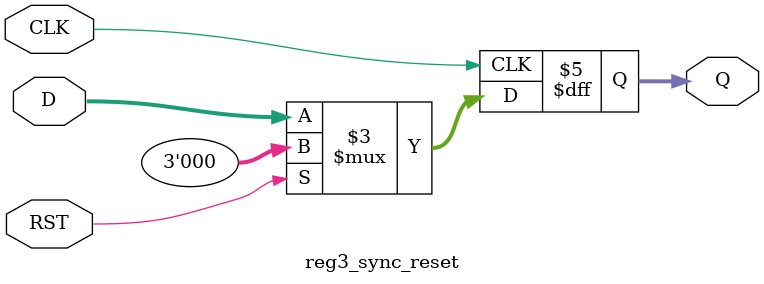
<source format=v>
module reg3_sync_reset (
    input CLK,
    input RST,
    input [2:0] D,
    output reg [2:0] Q
);

    always @(posedge CLK) begin
        if (RST) begin
            Q <= 0;
        end else begin
            Q <= D;
        end
    end
    
endmodule
</source>
